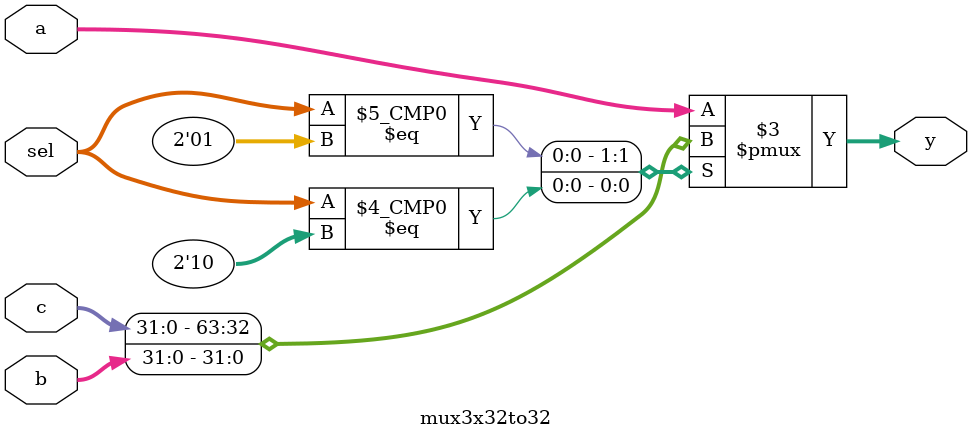
<source format=v>
`timescale 1ns / 1ps

module mux3x32to32 (
    output reg [31:0] y,
    input  [31:0] a,   // 00: from ID/EX
    input  [31:0] b,   // 10: from EX/MEM
    input  [31:0] c,   // 01: from MEM/WB
    input  [1:0]  sel
);

    always @(*) begin
        case (sel)
            2'b00: y = a;
            2'b01: y = c;
            2'b10: y = b;
            default: y = a;
        endcase
    end

endmodule

</source>
